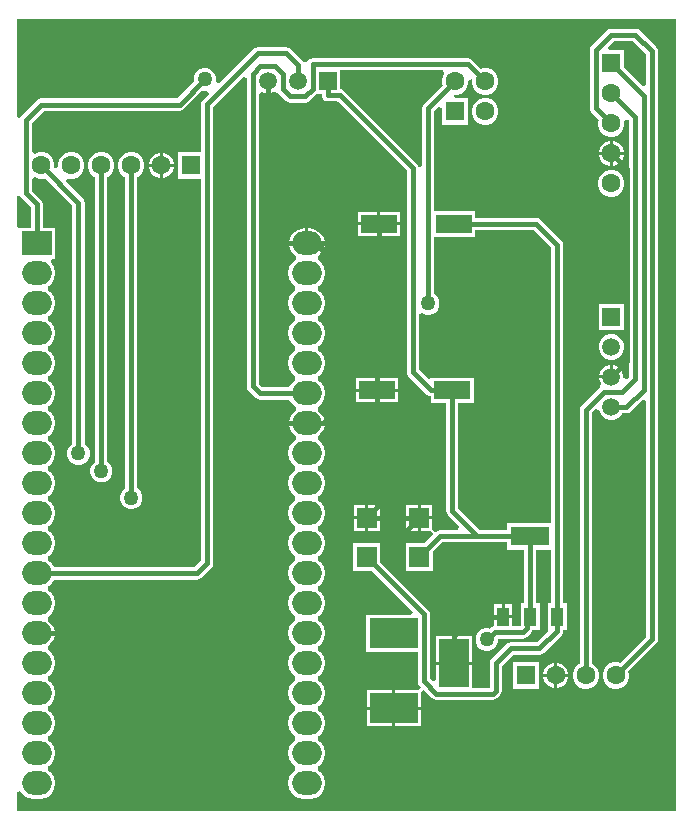
<source format=gtl>
G04*
G04 #@! TF.GenerationSoftware,Altium Limited,Altium Designer,24.4.1 (13)*
G04*
G04 Layer_Physical_Order=1*
G04 Layer_Color=255*
%FSLAX25Y25*%
%MOIN*%
G70*
G04*
G04 #@! TF.SameCoordinates,97D1044A-C35F-4CB3-83FE-F4252C381A68*
G04*
G04*
G04 #@! TF.FilePolarity,Positive*
G04*
G01*
G75*
%ADD10C,0.01575*%
%ADD16R,0.12000X0.06000*%
%ADD17R,0.03937X0.06496*%
%ADD18R,0.12992X0.06496*%
%ADD19R,0.06693X0.06693*%
%ADD35R,0.10000X0.16000*%
%ADD36R,0.16000X0.10000*%
%ADD37R,0.05984X0.05984*%
%ADD38C,0.05984*%
%ADD39R,0.05984X0.05984*%
%ADD40C,0.06299*%
%ADD41R,0.06299X0.06299*%
%ADD42R,0.06299X0.06299*%
%ADD43O,0.09843X0.07874*%
%ADD44R,0.09843X0.07874*%
%ADD45C,0.05000*%
G36*
X221746Y1754D02*
X1754D01*
Y8214D01*
X2935Y8572D01*
X3797Y7282D01*
X5503Y6142D01*
X7516Y5742D01*
X9484D01*
X11497Y6142D01*
X13203Y7282D01*
X14343Y8988D01*
X14743Y11000D01*
X14343Y13012D01*
X13203Y14718D01*
X12347Y15290D01*
Y16710D01*
X13203Y17282D01*
X14343Y18988D01*
X14743Y21000D01*
X14343Y23012D01*
X13203Y24718D01*
X12347Y25290D01*
Y26710D01*
X13203Y27282D01*
X14343Y28988D01*
X14743Y31000D01*
X14343Y33012D01*
X13203Y34718D01*
X12347Y35290D01*
Y36710D01*
X13203Y37282D01*
X14343Y38988D01*
X14743Y41000D01*
X14343Y43012D01*
X13203Y44718D01*
X12347Y45290D01*
Y46710D01*
X13203Y47282D01*
X14343Y48988D01*
X14743Y51000D01*
X14343Y53012D01*
X13203Y54718D01*
X12149Y55422D01*
X12147Y56841D01*
X13044Y57441D01*
X14135Y59074D01*
X14419Y60500D01*
X8500D01*
Y61500D01*
X14419D01*
X14135Y62926D01*
X13044Y64559D01*
X12147Y65158D01*
X12149Y66578D01*
X13203Y67282D01*
X14343Y68988D01*
X14743Y71000D01*
X14343Y73012D01*
X13203Y74718D01*
X12347Y75290D01*
Y76710D01*
X13203Y77282D01*
X14319Y78953D01*
X61800D01*
X61800Y78953D01*
X62583Y79109D01*
X63248Y79552D01*
X66648Y82952D01*
X66648Y82952D01*
X67091Y83617D01*
X67247Y84400D01*
X67247Y84400D01*
Y236571D01*
X77272Y246596D01*
X78453Y246107D01*
Y143400D01*
X78453Y143400D01*
X78609Y142617D01*
X79052Y141952D01*
X81452Y139552D01*
X81452Y139552D01*
X82117Y139109D01*
X82900Y138953D01*
X92681D01*
X93797Y137282D01*
X94851Y136578D01*
X94853Y135159D01*
X93956Y134559D01*
X92865Y132926D01*
X92581Y131500D01*
X104419D01*
X104135Y132926D01*
X103044Y134559D01*
X102147Y135159D01*
X102149Y136578D01*
X103203Y137282D01*
X104342Y138988D01*
X104743Y141000D01*
X104342Y143012D01*
X103203Y144718D01*
X102347Y145290D01*
Y146710D01*
X103203Y147282D01*
X104342Y148988D01*
X104743Y151000D01*
X104342Y153012D01*
X103203Y154718D01*
X102347Y155290D01*
Y156710D01*
X103203Y157282D01*
X104342Y158988D01*
X104743Y161000D01*
X104342Y163012D01*
X103203Y164718D01*
X102347Y165290D01*
Y166710D01*
X103203Y167282D01*
X104342Y168988D01*
X104743Y171000D01*
X104342Y173012D01*
X103203Y174718D01*
X102347Y175290D01*
Y176710D01*
X103203Y177282D01*
X104342Y178988D01*
X104743Y181000D01*
X104342Y183012D01*
X103203Y184718D01*
X102149Y185422D01*
X102147Y186841D01*
X103044Y187441D01*
X104135Y189074D01*
X104419Y190500D01*
X92581D01*
X92865Y189074D01*
X93956Y187441D01*
X94853Y186841D01*
X94851Y185422D01*
X93797Y184718D01*
X92658Y183012D01*
X92257Y181000D01*
X92658Y178988D01*
X93797Y177282D01*
X94653Y176710D01*
Y175290D01*
X93797Y174718D01*
X92658Y173012D01*
X92257Y171000D01*
X92658Y168988D01*
X93797Y167282D01*
X94653Y166710D01*
Y165290D01*
X93797Y164718D01*
X92658Y163012D01*
X92257Y161000D01*
X92658Y158988D01*
X93797Y157282D01*
X94653Y156710D01*
Y155290D01*
X93797Y154718D01*
X92658Y153012D01*
X92257Y151000D01*
X92658Y148988D01*
X93797Y147282D01*
X94653Y146710D01*
Y145290D01*
X93797Y144718D01*
X92681Y143047D01*
X83748D01*
X82547Y144248D01*
Y240764D01*
X83728Y241413D01*
X84706Y241008D01*
X85000D01*
Y245000D01*
X86000D01*
Y241008D01*
X86294D01*
X87450Y241487D01*
X87879Y241572D01*
X88979Y241163D01*
X89052Y241052D01*
X91552Y238552D01*
X91552Y238552D01*
X92217Y238109D01*
X93000Y237953D01*
X98000D01*
X98000Y237953D01*
X98783Y238109D01*
X99448Y238552D01*
X101683Y240787D01*
X103453D01*
Y240500D01*
X103609Y239717D01*
X104052Y239052D01*
X104717Y238609D01*
X105500Y238453D01*
X108652D01*
X131753Y215352D01*
Y148200D01*
X131753Y148200D01*
X131909Y147417D01*
X132352Y146752D01*
X138552Y140552D01*
X138552Y140552D01*
X139217Y140109D01*
X139779Y139997D01*
Y137779D01*
X144953D01*
Y101800D01*
X144953Y101800D01*
X145109Y101017D01*
X145552Y100352D01*
X149381Y96524D01*
X148929Y95433D01*
X142882D01*
X142098Y95277D01*
X141434Y94833D01*
X141434Y94833D01*
X141370Y94769D01*
X140347Y95416D01*
X140347Y96220D01*
Y98996D01*
X136500D01*
Y95149D01*
X139199D01*
X140080Y95149D01*
X140727Y94126D01*
X137672Y91071D01*
X131433D01*
Y81937D01*
X140567D01*
Y88176D01*
X143730Y91339D01*
X155414D01*
X155414Y91339D01*
X155414Y91339D01*
X165284D01*
Y88917D01*
X170953D01*
Y71083D01*
X169811D01*
Y65631D01*
X169772Y65433D01*
X169772Y65433D01*
Y63580D01*
X169598Y63406D01*
X166953D01*
Y66114D01*
X163984D01*
X161016D01*
Y63382D01*
X160352Y63250D01*
X159687Y62806D01*
X159687Y62806D01*
X159496Y62614D01*
X159240Y62721D01*
X157760D01*
X156393Y62154D01*
X155346Y61107D01*
X154780Y59740D01*
Y58260D01*
X155346Y56893D01*
X156393Y55846D01*
X157760Y55279D01*
X159240D01*
X160608Y55846D01*
X161654Y56893D01*
X162221Y58260D01*
Y59311D01*
X170446D01*
X170446Y59311D01*
X171229Y59467D01*
X171893Y59911D01*
X173266Y61284D01*
X173710Y61948D01*
X173750Y62146D01*
X176189D01*
Y71083D01*
X175047D01*
Y88917D01*
X179969D01*
Y71083D01*
X178827D01*
Y62146D01*
X178827D01*
X178974Y61789D01*
X175233Y58047D01*
X166500D01*
X166500Y58047D01*
X165717Y57891D01*
X165052Y57448D01*
X165052Y57448D01*
X160052Y52448D01*
X159609Y51783D01*
X159453Y51000D01*
X159453Y51000D01*
Y42947D01*
X153500D01*
Y50500D01*
X147500D01*
X141500D01*
Y45647D01*
X140459Y45201D01*
X139647Y45868D01*
Y67404D01*
X139647Y67404D01*
X139491Y68187D01*
X139048Y68852D01*
X123067Y84832D01*
Y91071D01*
X113933D01*
Y81937D01*
X120172D01*
X133797Y68312D01*
X133345Y67220D01*
X118280D01*
Y54779D01*
X135553D01*
Y45000D01*
X135553Y45000D01*
X135709Y44217D01*
X136152Y43552D01*
X136540Y43164D01*
X136035Y42000D01*
X135512Y42000D01*
X128000D01*
Y36500D01*
X136500D01*
Y40933D01*
X136500Y41535D01*
X137664Y42041D01*
X140252Y39452D01*
X140252Y39452D01*
X140917Y39009D01*
X141700Y38853D01*
X141700Y38853D01*
X160577D01*
X160577Y38853D01*
X161361Y39009D01*
X162025Y39452D01*
X162948Y40375D01*
X162948Y40375D01*
X163391Y41039D01*
X163547Y41822D01*
Y50152D01*
X167348Y53953D01*
X176081D01*
X176081Y53953D01*
X176864Y54109D01*
X177528Y54552D01*
X183455Y60479D01*
X183455Y60479D01*
X183898Y61143D01*
X184054Y61927D01*
Y62146D01*
X185205D01*
Y71083D01*
X184063D01*
Y190484D01*
X184063Y190484D01*
X183907Y191268D01*
X183463Y191932D01*
X176448Y198948D01*
X175783Y199391D01*
X175000Y199547D01*
X175000Y199547D01*
X154720D01*
Y201720D01*
X141047D01*
Y235152D01*
X142539Y236644D01*
X143630Y236192D01*
Y230630D01*
X152370D01*
Y239370D01*
X148040D01*
X147497Y240551D01*
X147565Y240630D01*
X148869D01*
X150475Y241295D01*
X151705Y242525D01*
X152370Y244131D01*
Y245213D01*
X152495Y245350D01*
X153551Y245787D01*
X153630Y245716D01*
Y244131D01*
X154295Y242525D01*
X155525Y241295D01*
X157131Y240630D01*
X158869D01*
X160475Y241295D01*
X161705Y242525D01*
X162370Y244131D01*
Y245869D01*
X161705Y247475D01*
X160475Y248705D01*
X158869Y249370D01*
X157131D01*
X156702Y249193D01*
X153748Y252148D01*
X153083Y252591D01*
X152300Y252747D01*
X152300Y252747D01*
X100500D01*
X99717Y252591D01*
X99052Y252148D01*
X98609Y251483D01*
X98591Y251396D01*
X97434Y251375D01*
X97385Y251384D01*
X96948Y252038D01*
X96948Y252038D01*
X93138Y255848D01*
X92474Y256291D01*
X91691Y256447D01*
X91691Y256447D01*
X82181D01*
X82181Y256447D01*
X81397Y256291D01*
X80733Y255848D01*
X80733Y255848D01*
X69254Y244368D01*
X68348Y244887D01*
X68221Y245005D01*
Y246440D01*
X67654Y247808D01*
X66607Y248854D01*
X65240Y249420D01*
X63760D01*
X62392Y248854D01*
X61346Y247808D01*
X60780Y246440D01*
Y244960D01*
X60804Y244900D01*
X55252Y239347D01*
X10000D01*
X10000Y239347D01*
X9217Y239191D01*
X8552Y238748D01*
X3352Y233548D01*
X2935Y232923D01*
X2826Y232900D01*
X1754Y233120D01*
Y265746D01*
X221746D01*
Y1754D01*
D02*
G37*
G36*
X63760Y241980D02*
X65195D01*
X65313Y241851D01*
X65832Y240946D01*
X63752Y238867D01*
X63309Y238203D01*
X63153Y237419D01*
X63153Y237419D01*
Y221370D01*
X55630D01*
Y212630D01*
X63153D01*
Y85248D01*
X60952Y83047D01*
X14319D01*
X13203Y84718D01*
X12347Y85290D01*
Y86710D01*
X13203Y87282D01*
X14343Y88988D01*
X14743Y91000D01*
X14343Y93012D01*
X13203Y94718D01*
X12347Y95290D01*
Y96710D01*
X13203Y97282D01*
X14343Y98988D01*
X14743Y101000D01*
X14343Y103012D01*
X13203Y104718D01*
X12347Y105290D01*
Y106710D01*
X13203Y107282D01*
X14343Y108988D01*
X14743Y111000D01*
X14343Y113012D01*
X13203Y114718D01*
X12347Y115290D01*
Y116710D01*
X13203Y117282D01*
X14343Y118988D01*
X14743Y121000D01*
X14343Y123012D01*
X13203Y124718D01*
X12347Y125290D01*
Y126710D01*
X13203Y127282D01*
X14343Y128988D01*
X14743Y131000D01*
X14343Y133012D01*
X13203Y134718D01*
X12347Y135290D01*
Y136710D01*
X13203Y137282D01*
X14343Y138988D01*
X14743Y141000D01*
X14343Y143012D01*
X13203Y144718D01*
X12347Y145290D01*
Y146710D01*
X13203Y147282D01*
X14343Y148988D01*
X14743Y151000D01*
X14343Y153012D01*
X13203Y154718D01*
X12347Y155290D01*
Y156710D01*
X13203Y157282D01*
X14343Y158988D01*
X14743Y161000D01*
X14343Y163012D01*
X13203Y164718D01*
X12347Y165290D01*
Y166710D01*
X13203Y167282D01*
X14343Y168988D01*
X14743Y171000D01*
X14343Y173012D01*
X13203Y174718D01*
X12347Y175290D01*
Y176710D01*
X13203Y177282D01*
X14343Y178988D01*
X14743Y181000D01*
X14343Y183012D01*
X13241Y184661D01*
X13358Y185231D01*
X13544Y185843D01*
X14642D01*
Y196158D01*
X10547D01*
Y204000D01*
X10547Y204000D01*
X10391Y204783D01*
X9948Y205448D01*
X6847Y208548D01*
Y212429D01*
X8028Y213087D01*
X9131Y212630D01*
X10869D01*
X11298Y212807D01*
X20353Y203752D01*
Y124179D01*
X20292Y124154D01*
X19246Y123108D01*
X18679Y121740D01*
Y120260D01*
X19246Y118893D01*
X20292Y117846D01*
X21660Y117280D01*
X23140D01*
X24508Y117846D01*
X25554Y118893D01*
X26120Y120260D01*
Y121740D01*
X25554Y123108D01*
X24508Y124154D01*
X24447Y124179D01*
Y204600D01*
X24447Y204600D01*
X24291Y205383D01*
X23848Y206048D01*
X23848Y206048D01*
X18129Y211767D01*
X18798Y212768D01*
X19131Y212630D01*
X20869D01*
X22475Y213295D01*
X23705Y214525D01*
X24370Y216131D01*
Y217869D01*
X23705Y219475D01*
X22475Y220705D01*
X20869Y221370D01*
X19131D01*
X17525Y220705D01*
X16295Y219475D01*
X15630Y217869D01*
Y216787D01*
X15505Y216651D01*
X14449Y216213D01*
X14370Y216284D01*
Y217869D01*
X13705Y219475D01*
X12475Y220705D01*
X10869Y221370D01*
X9131D01*
X8028Y220913D01*
X6847Y221571D01*
Y231252D01*
X10848Y235253D01*
X56100D01*
X56100Y235253D01*
X56883Y235409D01*
X57548Y235852D01*
X63700Y242004D01*
X63760Y241980D01*
D02*
G37*
G36*
X144381Y247562D02*
X144295Y247475D01*
X143630Y245869D01*
Y244131D01*
X143807Y243703D01*
X137552Y237448D01*
X137109Y236783D01*
X136953Y236000D01*
X136953Y236000D01*
Y216696D01*
X135772Y216580D01*
X135691Y216983D01*
X135248Y217648D01*
X110948Y241948D01*
X110283Y242391D01*
X109713Y242505D01*
Y248653D01*
X143929D01*
X144381Y247562D01*
D02*
G37*
G36*
X2935Y206877D02*
X3352Y206252D01*
X6453Y203152D01*
Y196158D01*
X2935D01*
X2358Y196158D01*
X1754Y197088D01*
Y206680D01*
X2826Y206900D01*
X2935Y206877D01*
D02*
G37*
G36*
X179969Y189636D02*
Y97854D01*
X165284D01*
Y95433D01*
X156262D01*
X149047Y102648D01*
Y137779D01*
X154220D01*
Y146221D01*
X139779D01*
Y146221D01*
X138998Y145897D01*
X135847Y149048D01*
Y167348D01*
X137028Y167790D01*
X138260Y167280D01*
X139740D01*
X141107Y167846D01*
X142154Y168893D01*
X142720Y170260D01*
Y171740D01*
X142154Y173108D01*
X141107Y174154D01*
X141047Y174179D01*
Y193280D01*
X154720D01*
Y195453D01*
X174152D01*
X179969Y189636D01*
D02*
G37*
%LPC*%
G36*
X208000Y262647D02*
X208000Y262647D01*
X200000D01*
X200000Y262647D01*
X199217Y262491D01*
X198552Y262048D01*
X193352Y256848D01*
X192909Y256183D01*
X192753Y255400D01*
X192753Y255400D01*
Y236200D01*
X192753Y236200D01*
X192909Y235417D01*
X193352Y234752D01*
X195807Y232297D01*
X195630Y231869D01*
Y230131D01*
X196295Y228525D01*
X197525Y227295D01*
X199131Y226630D01*
X200869D01*
X202475Y227295D01*
X203705Y228525D01*
X204370Y230131D01*
Y231707D01*
X204812Y232077D01*
X205441Y232371D01*
X205948Y231977D01*
Y146593D01*
X205173Y145818D01*
X203992Y146308D01*
Y147294D01*
X203384Y148761D01*
X202261Y149884D01*
X200794Y150492D01*
X200500D01*
Y146500D01*
X200000D01*
Y146000D01*
X196008D01*
Y145706D01*
X196487Y144550D01*
X196572Y144121D01*
X196163Y143021D01*
X196052Y142948D01*
X190052Y136948D01*
X189609Y136283D01*
X189453Y135500D01*
X189453Y135500D01*
Y50882D01*
X189025Y50705D01*
X187795Y49475D01*
X187130Y47869D01*
Y46131D01*
X187795Y44525D01*
X189025Y43295D01*
X190631Y42630D01*
X192369D01*
X193975Y43295D01*
X195205Y44525D01*
X195870Y46131D01*
Y47869D01*
X195205Y49475D01*
X193975Y50705D01*
X193547Y50882D01*
Y134652D01*
X194696Y135801D01*
X195916Y135351D01*
X196429Y134114D01*
X197614Y132929D01*
X199162Y132287D01*
X200838D01*
X202386Y132929D01*
X203571Y134114D01*
X203712Y134453D01*
X205000D01*
X205000Y134453D01*
X205783Y134609D01*
X206448Y135052D01*
X210462Y139066D01*
X211553Y138614D01*
Y59948D01*
X202798Y51193D01*
X202369Y51370D01*
X200631D01*
X199025Y50705D01*
X197795Y49475D01*
X197130Y47869D01*
Y46131D01*
X197795Y44525D01*
X199025Y43295D01*
X200631Y42630D01*
X202369D01*
X203975Y43295D01*
X205205Y44525D01*
X205870Y46131D01*
Y47869D01*
X205693Y48298D01*
X215048Y57652D01*
X215048Y57652D01*
X215491Y58317D01*
X215647Y59100D01*
Y255000D01*
X215647Y255000D01*
X215491Y255783D01*
X215048Y256448D01*
X215048Y256448D01*
X209448Y262048D01*
X208783Y262491D01*
X208000Y262647D01*
D02*
G37*
G36*
X158869Y239370D02*
X157131D01*
X155525Y238705D01*
X154295Y237475D01*
X153630Y235869D01*
Y234131D01*
X154295Y232525D01*
X155525Y231295D01*
X157131Y230630D01*
X158869D01*
X160475Y231295D01*
X161705Y232525D01*
X162370Y234131D01*
Y235869D01*
X161705Y237475D01*
X160475Y238705D01*
X158869Y239370D01*
D02*
G37*
G36*
X200825Y225150D02*
X200500D01*
Y221500D01*
X204150D01*
Y221825D01*
X203518Y223351D01*
X202351Y224518D01*
X200825Y225150D01*
D02*
G37*
G36*
X199500D02*
X199175D01*
X197649Y224518D01*
X196482Y223351D01*
X195850Y221825D01*
Y221500D01*
X199500D01*
Y225150D01*
D02*
G37*
G36*
X204150Y220500D02*
X200500D01*
Y216850D01*
X200825D01*
X202351Y217482D01*
X203518Y218649D01*
X204150Y220175D01*
Y220500D01*
D02*
G37*
G36*
X199500D02*
X195850D01*
Y220175D01*
X196482Y218649D01*
X197649Y217482D01*
X199175Y216850D01*
X199500D01*
Y220500D01*
D02*
G37*
G36*
X200869Y215370D02*
X199131D01*
X197525Y214705D01*
X196295Y213475D01*
X195630Y211869D01*
Y210131D01*
X196295Y208525D01*
X197525Y207295D01*
X199131Y206630D01*
X200869D01*
X202475Y207295D01*
X203705Y208525D01*
X204370Y210131D01*
Y211869D01*
X203705Y213475D01*
X202475Y214705D01*
X200869Y215370D01*
D02*
G37*
G36*
X129500Y201500D02*
X123000D01*
Y198000D01*
X129500D01*
Y201500D01*
D02*
G37*
G36*
X122000D02*
X115500D01*
Y198000D01*
X122000D01*
Y201500D01*
D02*
G37*
G36*
X129500Y197000D02*
X123000D01*
Y193500D01*
X129500D01*
Y197000D01*
D02*
G37*
G36*
X122000D02*
X115500D01*
Y193500D01*
X122000D01*
Y197000D01*
D02*
G37*
G36*
X99484Y196034D02*
X99000D01*
Y191500D01*
X104419D01*
X104135Y192926D01*
X103044Y194559D01*
X101411Y195651D01*
X99484Y196034D01*
D02*
G37*
G36*
X98000D02*
X97516D01*
X95589Y195651D01*
X93956Y194559D01*
X92865Y192926D01*
X92581Y191500D01*
X98000D01*
Y196034D01*
D02*
G37*
G36*
X204213Y170713D02*
X195787D01*
Y162287D01*
X204213D01*
Y170713D01*
D02*
G37*
G36*
X200838Y160713D02*
X199162D01*
X197614Y160071D01*
X196429Y158886D01*
X195787Y157338D01*
Y155662D01*
X196429Y154114D01*
X197614Y152929D01*
X199162Y152287D01*
X200838D01*
X202386Y152929D01*
X203571Y154114D01*
X204213Y155662D01*
Y157338D01*
X203571Y158886D01*
X202386Y160071D01*
X200838Y160713D01*
D02*
G37*
G36*
X199500Y150492D02*
X199206D01*
X197739Y149884D01*
X196616Y148761D01*
X196008Y147294D01*
Y147000D01*
X199500D01*
Y150492D01*
D02*
G37*
G36*
X129000Y146000D02*
X122500D01*
Y142500D01*
X129000D01*
Y146000D01*
D02*
G37*
G36*
X121500D02*
X115000D01*
Y142500D01*
X121500D01*
Y146000D01*
D02*
G37*
G36*
X129000Y141500D02*
X122500D01*
Y138000D01*
X129000D01*
Y141500D01*
D02*
G37*
G36*
X121500D02*
X115000D01*
Y138000D01*
X121500D01*
Y141500D01*
D02*
G37*
G36*
X140347Y103842D02*
X136500D01*
Y99996D01*
X140347D01*
Y103842D01*
D02*
G37*
G36*
X122846D02*
X119000D01*
Y99996D01*
X122846D01*
Y103842D01*
D02*
G37*
G36*
X135500D02*
X131653D01*
Y99996D01*
X135500D01*
Y103842D01*
D02*
G37*
G36*
X118000D02*
X114154D01*
Y99996D01*
X118000D01*
Y103842D01*
D02*
G37*
G36*
X122846Y98996D02*
X119000D01*
Y95149D01*
X122846D01*
Y98996D01*
D02*
G37*
G36*
X118000D02*
X114154D01*
Y95149D01*
X118000D01*
Y98996D01*
D02*
G37*
G36*
X135500D02*
X131653D01*
Y95149D01*
X135500D01*
Y98996D01*
D02*
G37*
G36*
X166953Y70862D02*
X164484D01*
Y67114D01*
X166953D01*
Y70862D01*
D02*
G37*
G36*
X163484D02*
X161016D01*
Y67114D01*
X163484D01*
Y70862D01*
D02*
G37*
G36*
X153500Y60000D02*
X148000D01*
Y51500D01*
X153500D01*
Y60000D01*
D02*
G37*
G36*
X147000D02*
X141500D01*
Y51500D01*
X147000D01*
Y60000D01*
D02*
G37*
G36*
X182325Y51150D02*
X182000D01*
Y47500D01*
X185650D01*
Y47825D01*
X185018Y49351D01*
X183851Y50518D01*
X182325Y51150D01*
D02*
G37*
G36*
X181000D02*
X180675D01*
X179149Y50518D01*
X177982Y49351D01*
X177350Y47825D01*
Y47500D01*
X181000D01*
Y51150D01*
D02*
G37*
G36*
X185650Y46500D02*
X182000D01*
Y42850D01*
X182325D01*
X183851Y43482D01*
X185018Y44649D01*
X185650Y46175D01*
Y46500D01*
D02*
G37*
G36*
X181000D02*
X177350D01*
Y46175D01*
X177982Y44649D01*
X179149Y43482D01*
X180675Y42850D01*
X181000D01*
Y46500D01*
D02*
G37*
G36*
X175870Y51370D02*
X167130D01*
Y42630D01*
X175870D01*
Y51370D01*
D02*
G37*
G36*
X127000Y42000D02*
X118500D01*
Y36500D01*
X127000D01*
Y42000D01*
D02*
G37*
G36*
X136500Y35500D02*
X128000D01*
Y30000D01*
X136500D01*
Y35500D01*
D02*
G37*
G36*
X127000D02*
X118500D01*
Y30000D01*
X127000D01*
Y35500D01*
D02*
G37*
G36*
X104419Y130500D02*
X92581D01*
X92865Y129074D01*
X93956Y127441D01*
X94853Y126841D01*
X94851Y125422D01*
X93797Y124718D01*
X92658Y123012D01*
X92257Y121000D01*
X92658Y118988D01*
X93797Y117282D01*
X94653Y116710D01*
Y115290D01*
X93797Y114718D01*
X92658Y113012D01*
X92257Y111000D01*
X92658Y108988D01*
X93797Y107282D01*
X94653Y106710D01*
Y105290D01*
X93797Y104718D01*
X92658Y103012D01*
X92257Y101000D01*
X92658Y98988D01*
X93797Y97282D01*
X94653Y96710D01*
Y95290D01*
X93797Y94718D01*
X92658Y93012D01*
X92257Y91000D01*
X92658Y88988D01*
X93797Y87282D01*
X94653Y86710D01*
Y85290D01*
X93797Y84718D01*
X92658Y83012D01*
X92257Y81000D01*
X92658Y78988D01*
X93797Y77282D01*
X94653Y76710D01*
Y75290D01*
X93797Y74718D01*
X92658Y73012D01*
X92257Y71000D01*
X92658Y68988D01*
X93797Y67282D01*
X94653Y66710D01*
Y65290D01*
X93797Y64718D01*
X92658Y63012D01*
X92257Y61000D01*
X92658Y58988D01*
X93797Y57282D01*
X94653Y56710D01*
Y55290D01*
X93797Y54718D01*
X92658Y53012D01*
X92257Y51000D01*
X92658Y48988D01*
X93797Y47282D01*
X94653Y46710D01*
Y45290D01*
X93797Y44718D01*
X92658Y43012D01*
X92257Y41000D01*
X92658Y38988D01*
X93797Y37282D01*
X94653Y36710D01*
Y35290D01*
X93797Y34718D01*
X92658Y33012D01*
X92257Y31000D01*
X92658Y28988D01*
X93797Y27282D01*
X94653Y26710D01*
Y25290D01*
X93797Y24718D01*
X92658Y23012D01*
X92257Y21000D01*
X92658Y18988D01*
X93797Y17282D01*
X94653Y16710D01*
Y15290D01*
X93797Y14718D01*
X92658Y13012D01*
X92257Y11000D01*
X92658Y8988D01*
X93797Y7282D01*
X95503Y6142D01*
X97516Y5742D01*
X99484D01*
X101497Y6142D01*
X103203Y7282D01*
X104342Y8988D01*
X104743Y11000D01*
X104342Y13012D01*
X103203Y14718D01*
X102347Y15290D01*
Y16710D01*
X103203Y17282D01*
X104342Y18988D01*
X104743Y21000D01*
X104342Y23012D01*
X103203Y24718D01*
X102347Y25290D01*
Y26710D01*
X103203Y27282D01*
X104342Y28988D01*
X104743Y31000D01*
X104342Y33012D01*
X103203Y34718D01*
X102347Y35290D01*
Y36710D01*
X103203Y37282D01*
X104342Y38988D01*
X104743Y41000D01*
X104342Y43012D01*
X103203Y44718D01*
X102347Y45290D01*
Y46710D01*
X103203Y47282D01*
X104342Y48988D01*
X104743Y51000D01*
X104342Y53012D01*
X103203Y54718D01*
X102347Y55290D01*
Y56710D01*
X103203Y57282D01*
X104342Y58988D01*
X104743Y61000D01*
X104342Y63012D01*
X103203Y64718D01*
X102347Y65290D01*
Y66710D01*
X103203Y67282D01*
X104342Y68988D01*
X104743Y71000D01*
X104342Y73012D01*
X103203Y74718D01*
X102347Y75290D01*
Y76710D01*
X103203Y77282D01*
X104342Y78988D01*
X104743Y81000D01*
X104342Y83012D01*
X103203Y84718D01*
X102347Y85290D01*
Y86710D01*
X103203Y87282D01*
X104342Y88988D01*
X104743Y91000D01*
X104342Y93012D01*
X103203Y94718D01*
X102347Y95290D01*
Y96710D01*
X103203Y97282D01*
X104342Y98988D01*
X104743Y101000D01*
X104342Y103012D01*
X103203Y104718D01*
X102347Y105290D01*
Y106710D01*
X103203Y107282D01*
X104342Y108988D01*
X104743Y111000D01*
X104342Y113012D01*
X103203Y114718D01*
X102347Y115290D01*
Y116710D01*
X103203Y117282D01*
X104342Y118988D01*
X104743Y121000D01*
X104342Y123012D01*
X103203Y124718D01*
X102149Y125422D01*
X102147Y126841D01*
X103044Y127441D01*
X104135Y129074D01*
X104419Y130500D01*
D02*
G37*
%LPD*%
G36*
X211553Y254152D02*
Y243886D01*
X210462Y243434D01*
X204370Y249525D01*
Y255370D01*
X199208D01*
X198757Y256461D01*
X200848Y258553D01*
X207152D01*
X211553Y254152D01*
D02*
G37*
%LPC*%
G36*
X50825Y221150D02*
X50500D01*
Y217500D01*
X54150D01*
Y217825D01*
X53518Y219351D01*
X52351Y220518D01*
X50825Y221150D01*
D02*
G37*
G36*
X49500D02*
X49175D01*
X47649Y220518D01*
X46482Y219351D01*
X45850Y217825D01*
Y217500D01*
X49500D01*
Y221150D01*
D02*
G37*
G36*
X54150Y216500D02*
X50500D01*
Y212850D01*
X50825D01*
X52351Y213482D01*
X53518Y214649D01*
X54150Y216175D01*
Y216500D01*
D02*
G37*
G36*
X49500D02*
X45850D01*
Y216175D01*
X46482Y214649D01*
X47649Y213482D01*
X49175Y212850D01*
X49500D01*
Y216500D01*
D02*
G37*
G36*
X30869Y221370D02*
X29131D01*
X27525Y220705D01*
X26295Y219475D01*
X25630Y217869D01*
Y216131D01*
X26295Y214525D01*
X27525Y213295D01*
X27953Y213118D01*
Y118279D01*
X27893Y118254D01*
X26846Y117208D01*
X26280Y115840D01*
Y114360D01*
X26846Y112993D01*
X27893Y111946D01*
X29260Y111380D01*
X30740D01*
X32107Y111946D01*
X33154Y112993D01*
X33720Y114360D01*
Y115840D01*
X33154Y117208D01*
X32107Y118254D01*
X32047Y118279D01*
Y213118D01*
X32475Y213295D01*
X33705Y214525D01*
X34370Y216131D01*
Y217869D01*
X33705Y219475D01*
X32475Y220705D01*
X30869Y221370D01*
D02*
G37*
G36*
X40869D02*
X39131D01*
X37525Y220705D01*
X36295Y219475D01*
X35630Y217869D01*
Y216131D01*
X36295Y214525D01*
X37525Y213295D01*
X37953Y213118D01*
Y109379D01*
X37892Y109354D01*
X36846Y108308D01*
X36279Y106940D01*
Y105460D01*
X36846Y104093D01*
X37892Y103046D01*
X39260Y102480D01*
X40740D01*
X42107Y103046D01*
X43154Y104093D01*
X43720Y105460D01*
Y106940D01*
X43154Y108308D01*
X42107Y109354D01*
X42047Y109379D01*
Y213118D01*
X42475Y213295D01*
X43705Y214525D01*
X44370Y216131D01*
Y217869D01*
X43705Y219475D01*
X42475Y220705D01*
X40869Y221370D01*
D02*
G37*
%LPD*%
D10*
X166500Y56000D02*
X176081D01*
X161500Y51000D02*
X166500Y56000D01*
X176081D02*
X182007Y61927D01*
X158777Y59000D02*
X161135Y61358D01*
X158500Y59000D02*
X158777D01*
X171819Y62732D02*
Y65433D01*
X170446Y61358D02*
X171819Y62732D01*
X161135Y61358D02*
X170446D01*
X171819Y65433D02*
X173000Y66614D01*
X161500Y41822D02*
Y51000D01*
X141700Y40900D02*
X160577D01*
X161500Y41822D01*
X182007Y61927D02*
Y66606D01*
X182016Y66614D01*
Y190484D01*
X137600Y45000D02*
X141700Y40900D01*
X155414Y93386D02*
X173000D01*
X142882D02*
X155414D01*
X147500Y60000D02*
Y63300D01*
Y51000D02*
Y60000D01*
X103300Y191000D02*
X120000D01*
X103300Y189100D02*
Y191000D01*
X56100Y237300D02*
X64500Y245700D01*
X10000Y237300D02*
X56100D01*
X4800Y232100D02*
X10000Y237300D01*
X4800Y207700D02*
Y232100D01*
Y207700D02*
X8500Y204000D01*
Y191000D02*
Y204000D01*
X105500Y240500D02*
Y245000D01*
Y240500D02*
X109500D01*
X133800Y216200D01*
Y148200D02*
Y216200D01*
Y148200D02*
X140000Y142000D01*
X147000D01*
X136000Y86504D02*
X142882Y93386D01*
X137600Y45000D02*
Y67404D01*
X118500Y86504D02*
X137600Y67404D01*
X8500Y81000D02*
X61800D01*
X65200Y84400D01*
Y237419D01*
X82181Y254400D01*
X91691D01*
X95500Y250591D01*
Y245000D02*
Y250591D01*
X200000Y146500D02*
X205200Y151700D01*
Y215800D01*
X200000Y221000D02*
X205200Y215800D01*
X85500Y195000D02*
Y245000D01*
Y195000D02*
X89500Y191000D01*
X98500D01*
X122500Y193500D02*
Y197500D01*
Y170000D02*
Y193500D01*
X122000Y142000D02*
X122500Y170000D01*
X120000Y191000D02*
X122500Y193500D01*
X122000Y102996D02*
Y142000D01*
X118500Y99496D02*
X122000Y102996D01*
X22400Y121000D02*
Y204600D01*
X10000Y217000D02*
X22400Y204600D01*
X194800Y236200D02*
X200000Y231000D01*
X194800Y236200D02*
Y255400D01*
X200000Y260600D01*
X208000D01*
X213600Y255000D01*
Y59100D02*
Y255000D01*
X201500Y47000D02*
X213600Y59100D01*
X8500Y61000D02*
X60000D01*
X68000Y69000D01*
Y125000D01*
X74000Y131000D01*
X98500D01*
X130600Y94096D02*
X136000Y99496D01*
X130600Y80200D02*
Y94096D01*
Y80200D02*
X147500Y63300D01*
X175000Y197500D02*
X182016Y190484D01*
X147500Y197500D02*
X175000D01*
X30000Y115100D02*
Y217000D01*
X139000Y171000D02*
Y236000D01*
X148000Y245000D01*
X82900Y141000D02*
X98500D01*
X80500Y143400D02*
X82900Y141000D01*
X80500Y143400D02*
Y247500D01*
X83000Y250000D01*
X88000D01*
X90500Y247500D01*
Y242500D02*
Y247500D01*
Y242500D02*
X93000Y240000D01*
X98000D01*
X100500Y242500D01*
Y250700D01*
X152300D01*
X158000Y245000D01*
X98500Y191000D02*
X103300D01*
Y189100D02*
X105500Y186900D01*
Y132500D02*
Y186900D01*
X104000Y131000D02*
X105500Y132500D01*
X98500Y131000D02*
X104000D01*
X147000Y101800D02*
X155414Y93386D01*
X147000Y101800D02*
Y142000D01*
X40000Y106200D02*
Y217000D01*
X147500Y60000D02*
X154114Y66614D01*
X163984D01*
X200000Y136500D02*
X205000D01*
X210791Y142291D01*
Y240209D01*
X200000Y251000D02*
X210791Y240209D01*
X200000Y241000D02*
X207995Y233005D01*
Y145745D02*
Y233005D01*
X203750Y141500D02*
X207995Y145745D01*
X197500Y141500D02*
X203750D01*
X191500Y135500D02*
X197500Y141500D01*
X191500Y47000D02*
Y135500D01*
X173000Y66614D02*
Y93386D01*
X118500Y99496D02*
X136000D01*
D16*
X147500Y197500D02*
D03*
X122500D02*
D03*
X147000Y142000D02*
D03*
X122000D02*
D03*
D17*
X182016Y66614D02*
D03*
X163984D02*
D03*
X173000D02*
D03*
D18*
Y93386D02*
D03*
D19*
X136000Y99496D02*
D03*
Y86504D02*
D03*
X118500Y99496D02*
D03*
Y86504D02*
D03*
D35*
X147500Y51000D02*
D03*
D36*
X127500Y36000D02*
D03*
Y61000D02*
D03*
D37*
X200000Y166500D02*
D03*
D38*
Y156500D02*
D03*
Y146500D02*
D03*
Y136500D02*
D03*
X95500Y245000D02*
D03*
X85500D02*
D03*
D39*
X105500D02*
D03*
D40*
X200000Y211000D02*
D03*
Y221000D02*
D03*
Y231000D02*
D03*
Y241000D02*
D03*
X201500Y47000D02*
D03*
X191500D02*
D03*
X181500D02*
D03*
X10000Y217000D02*
D03*
X20000D02*
D03*
X30000D02*
D03*
X40000D02*
D03*
X50000D02*
D03*
X158000Y235000D02*
D03*
X148000Y245000D02*
D03*
X158000D02*
D03*
D41*
X200000Y251000D02*
D03*
D42*
X171500Y47000D02*
D03*
X60000Y217000D02*
D03*
X148000Y235000D02*
D03*
D43*
X98500Y71000D02*
D03*
Y91000D02*
D03*
Y101000D02*
D03*
Y81000D02*
D03*
Y11000D02*
D03*
Y51000D02*
D03*
Y31000D02*
D03*
Y61000D02*
D03*
Y41000D02*
D03*
Y21000D02*
D03*
X8500Y181000D02*
D03*
Y161000D02*
D03*
Y171000D02*
D03*
Y101000D02*
D03*
Y141000D02*
D03*
Y131000D02*
D03*
Y111000D02*
D03*
Y121000D02*
D03*
Y151000D02*
D03*
X98500Y111000D02*
D03*
Y191000D02*
D03*
Y181000D02*
D03*
Y171000D02*
D03*
Y161000D02*
D03*
Y151000D02*
D03*
Y141000D02*
D03*
Y131000D02*
D03*
Y121000D02*
D03*
X8500Y81000D02*
D03*
Y11000D02*
D03*
Y21000D02*
D03*
Y31000D02*
D03*
Y41000D02*
D03*
Y51000D02*
D03*
Y61000D02*
D03*
Y71000D02*
D03*
Y91000D02*
D03*
D44*
Y191000D02*
D03*
D45*
X158500Y59000D02*
D03*
X64500Y245700D02*
D03*
X22400Y121000D02*
D03*
X30000Y115100D02*
D03*
X139000Y171000D02*
D03*
X40000Y106200D02*
D03*
M02*

</source>
